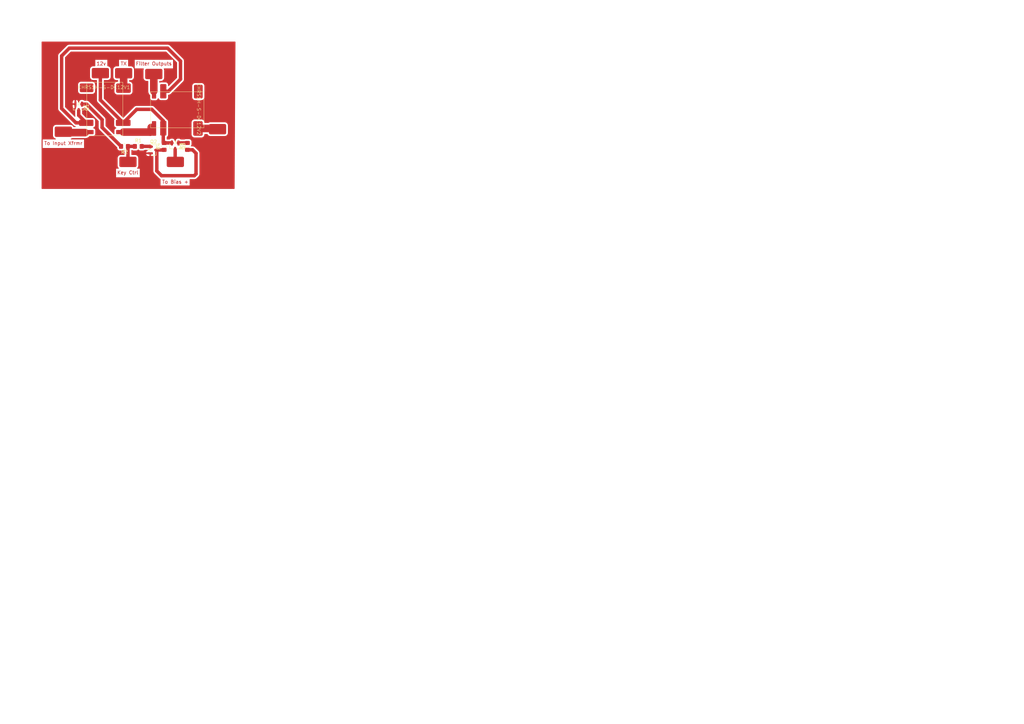
<source format=kicad_pcb>
(kicad_pcb (version 20241229) (generator "pcbnew") (generator_version "9.0")
  (layers (0 "F.Cu" signal) (2 "B.Cu" signal) (13 "F.Paste" user) (15 "B.Paste" user) (5 "F.SilkS" user "F.Silkscreen") (7 "B.SilkS" user "B.Silkscreen") (1 "F.Mask" user) (3 "B.Mask" user) (25 "Edge.Cuts" user))
  (net 0 "")
  (net 1 "Net-(J1-Pin_1)")
  (net 2 "Net-(J2-Pin_1)")
  (net 3 "Net-(J3-Pin_1)")
  (net 4 "Net-(J4-Pin_1)")
  (net 5 "Net-(J7-Pin_1)")
  (net 6 "Net-(J8-Pin_1)")
  (net 7 "VCC")
  (net 8 "Net-(KHRS1H-S-DC12V1-PadNC)")
  (net 9 "Net-(Q1-C)")
  (net 12 "GNDREF")
  (net 13 "Net-(Q1-B)")
  (net 14 "Net-(Q2-B)")
  (net 15 "Net-(Q2-C)")
  (net 16 "Net-(Q3-B)")
  (footprint "Josef Library:HRS1H Relay No Hole" (layer "F.Cu") (at 25.07625 39.2675)
    (property "Reference" "KHRS1H-S-DC12V1" (at 5 -14 0) (layer "F.SilkS") (effects (font (thickness 0.1))))
    (property "Value" "~")
    (fp_rect (start 0 -15.5) (end 10.5 0) (stroke (width 0.1)) (fill no) (layer "F.SilkS"))
    (pad "A1" smd roundrect (at -0.12375 -3.7) (size 4.1525 1.8) (layers "F.Cu" "F.Mask" "F.Paste") (roundrect_rratio 0.15) (net 9 "Net-(Q1-C)"))
    (pad "A2" smd roundrect (at 10.6 -3.7) (size 4.2525 1.8) (layers "F.Cu" "F.Mask" "F.Paste") (roundrect_rratio 0.15) (net 7 "VCC"))
    (pad "COM1" smd roundrect (at -0.02375 -13.8675) (size 3.9525 2.535) (layers "F.Cu" "F.Mask" "F.Paste") (roundrect_rratio 0.15))
    (pad "COM2" smd roundrect (at 10.67375 -13.7675) (size 4.2525 2.735) (layers "F.Cu" "F.Mask" "F.Paste") (roundrect_rratio 0.15) (net 6 "Net-(J8-Pin_1)"))
    (pad "NC" smd roundrect (at 10.67375 -1.0175) (size 4.2525 1.235) (layers "F.Cu" "F.Mask" "F.Paste") (roundrect_rratio 0.15) (net 8 "Net-(KHRS1H-S-DC12V1-PadNC)"))
    (pad "NO" smd roundrect (at -0.1 -1.0175) (size 4.2 1.235) (layers "F.Cu" "F.Mask" "F.Paste") (roundrect_rratio 0.15) (net 2 "Net-(J2-Pin_1)"))
  )
  (footprint "Package_TO_SOT_SMD:SOT-23" (layer "F.Cu") (at 50.7525 42.3375 -90)
    (property "Reference" "Q3" (at 0 -2.4 90) (layer "F.SilkS"))
    (property "Value" "MMBT3906")
    (fp_line (start -0.76 1.56) (end -0.76 1.51) (stroke (width 0.12)) (layer "F.SilkS"))
    (fp_line (start 0.76 1.56) (end -0.76 1.56) (stroke (width 0.12)) (layer "F.SilkS"))
    (fp_line (start 0.76 0.56) (end 0.76 1.56) (stroke (width 0.12)) (layer "F.SilkS"))
    (fp_line (start -0.76 0.39) (end -0.76 -0.39) (stroke (width 0.12)) (layer "F.SilkS"))
    (fp_line (start -0.76 -1.51) (end -0.76 -1.56) (stroke (width 0.12)) (layer "F.SilkS"))
    (fp_line (start -0.76 -1.56) (end 0.76 -1.56) (stroke (width 0.12)) (layer "F.SilkS"))
    (fp_line (start 0.76 -1.56) (end 0.76 -0.56) (stroke (width 0.12)) (layer "F.SilkS"))
    (fp_poly (pts (xy -1.3 -0.38) (xy -1.06 -0.05) (xy -1.54 -0.05)) (stroke (width 0.12)) (fill yes) (layer "F.SilkS"))
    (pad "1" smd roundrect (at -0.9375 -0.95 270) (size 1.475 0.6) (layers "F.Cu" "F.Mask" "F.Paste") (net 16 "Net-(Q3-B)"))
    (pad "2" smd roundrect (at -0.9375 0.95 270) (size 1.475 0.6) (layers "F.Cu" "F.Mask" "F.Paste") (net 7 "VCC"))
    (pad "3" smd roundrect (at 0.9375 0 270) (size 1.475 0.6) (layers "F.Cu" "F.Mask" "F.Paste") (net 1 "Net-(J1-Pin_1)"))
  )
  (footprint "Josef Library:Single Surface Mount Header" (layer "F.Cu") (at 63.0525 32.6 180)
    (property "Reference" "J7" (hide yes))
    (property "Value" "Antenna")
    (pad "1" smd roundrect (at 0 -4.8 180) (size 5 3) (layers "F.Cu" "F.Mask" "F.Paste") (roundrect_rratio 0.15) (net 5 "Net-(J7-Pin_1)"))
  )
  (footprint "Resistor_SMD:R_0805_2012Metric_Pad1.20x1.40mm_HandSolder" (layer "F.Cu") (at 54.3025 42.4 90)
    (property "Reference" "R3" (at 0 -1.65 90) (layer "F.SilkS"))
    (property "Value" "4.7k")
    (fp_line (start -0.227064 -0.735) (end 0.227064 -0.735) (stroke (width 0.12)) (layer "F.SilkS"))
    (fp_line (start -0.227064 0.735) (end 0.227064 0.735) (stroke (width 0.12)) (layer "F.SilkS"))
    (pad "1" smd roundrect (at -1 0 90) (size 1.2 1.4) (layers "F.Cu" "F.Mask" "F.Paste") (roundrect_rratio 0.208333) (net 15 "Net-(Q2-C)"))
    (pad "2" smd roundrect (at 1 0 90) (size 1.2 1.4) (layers "F.Cu" "F.Mask" "F.Paste") (roundrect_rratio 0.208333) (net 16 "Net-(Q3-B)"))
  )
  (footprint "Josef Library:Single Surface Mount Header" (layer "F.Cu") (at 50.8025 51.7)
    (property "Reference" "J1" (hide yes))
    (property "Value" "To Bias +" (at 0 1 0) (layer "F.Cu"))
    (pad "1" smd roundrect (at 0 -4.8) (size 5 3) (layers "F.Cu" "F.Mask" "F.Paste") (roundrect_rratio 0.15) (net 1 "Net-(J1-Pin_1)"))
  )
  (footprint "Josef Library:Single Surface Mount Header" (layer "F.Cu") (at 18.3025 42.95)
    (property "Reference" "J2" (hide yes))
    (property "Value" "To Input Xfrmr" (at 0 -1.45 0) (layer "F.Cu"))
    (pad "1" smd roundrect (at 0 -4.8) (size 5 3) (layers "F.Cu" "F.Mask" "F.Paste") (roundrect_rratio 0.15) (net 2 "Net-(J2-Pin_1)"))
  )
  (footprint "Resistor_SMD:R_0805_2012Metric_Pad1.20x1.40mm_HandSolder" (layer "F.Cu") (at 47.5525 42.4 90)
    (property "Reference" "R4" (at 0 -1.65 90) (layer "F.SilkS"))
    (property "Value" "4.7k")
    (fp_line (start -0.227064 -0.735) (end 0.227064 -0.735) (stroke (width 0.12)) (layer "F.SilkS"))
    (fp_line (start -0.227064 0.735) (end 0.227064 0.735) (stroke (width 0.12)) (layer "F.SilkS"))
    (pad "1" smd roundrect (at -1 0 90) (size 1.2 1.4) (layers "F.Cu" "F.Mask" "F.Paste") (roundrect_rratio 0.208333) (net 15 "Net-(Q2-C)"))
    (pad "2" smd roundrect (at 1 0 90) (size 1.2 1.4) (layers "F.Cu" "F.Mask" "F.Paste") (roundrect_rratio 0.208333) (net 7 "VCC"))
  )
  (footprint "Resistor_SMD:R_0805_2012Metric_Pad1.20x1.40mm_HandSolder" (layer "F.Cu") (at 40.0525 42.4)
    (property "Reference" "R1" (at 0 -1.65 0) (layer "F.SilkS"))
    (property "Value" "4.7k")
    (fp_line (start -0.227064 -0.735) (end 0.227064 -0.735) (stroke (width 0.12)) (layer "F.SilkS"))
    (fp_line (start -0.227064 0.735) (end 0.227064 0.735) (stroke (width 0.12)) (layer "F.SilkS"))
    (pad "1" smd roundrect (at -1 0) (size 1.2 1.4) (layers "F.Cu" "F.Mask" "F.Paste") (roundrect_rratio 0.208333) (net 3 "Net-(J3-Pin_1)"))
    (pad "2" smd roundrect (at 1 0) (size 1.2 1.4) (layers "F.Cu" "F.Mask" "F.Paste") (roundrect_rratio 0.208333) (net 14 "Net-(Q2-B)"))
  )
  (footprint "Josef Library:Single Surface Mount Header" (layer "F.Cu") (at 35.8025 16.375 180)
    (property "Reference" "J8" (hide yes))
    (property "Value" "TX" (at 0 -2.025 0) (layer "F.Cu"))
    (pad "1" smd roundrect (at 0 -4.8 180) (size 5 3) (layers "F.Cu" "F.Mask" "F.Paste") (roundrect_rratio 0.15) (net 6 "Net-(J8-Pin_1)"))
  )
  (footprint "Josef Library:HRS1H Relay No Hole" (layer "F.Cu") (at 43.6025 26.52375 -90)
    (property "Reference" "KHRS1H-S-DC12V2" (at 5 -14 270) (layer "F.SilkS") (effects (font (thickness 0.1))))
    (property "Value" "~")
    (fp_rect (start 0 -15.5) (end 10.5 0) (stroke (width 0.1)) (fill no) (layer "F.SilkS"))
    (pad "A1" smd roundrect (at -0.12375 -3.7 270) (size 4.1525 1.8) (layers "F.Cu" "F.Mask" "F.Paste") (roundrect_rratio 0.15) (net 9 "Net-(Q1-C)"))
    (pad "A2" smd roundrect (at 10.6 -3.7 270) (size 4.2525 1.8) (layers "F.Cu" "F.Mask" "F.Paste") (roundrect_rratio 0.15) (net 7 "VCC"))
    (pad "COM1" smd roundrect (at -0.02375 -13.8675 270) (size 3.9525 2.535) (layers "F.Cu" "F.Mask" "F.Paste") (roundrect_rratio 0.15))
    (pad "COM2" smd roundrect (at 10.67375 -13.7675 270) (size 4.2525 2.735) (layers "F.Cu" "F.Mask" "F.Paste") (roundrect_rratio 0.15) (net 5 "Net-(J7-Pin_1)"))
    (pad "NC" smd roundrect (at 10.67375 -1.0175 270) (size 4.2525 1.235) (layers "F.Cu" "F.Mask" "F.Paste") (roundrect_rratio 0.15) (net 8 "Net-(KHRS1H-S-DC12V1-PadNC)"))
    (pad "NO" smd roundrect (at -0.1 -1.0175 270) (size 4.2 1.235) (layers "F.Cu" "F.Mask" "F.Paste") (roundrect_rratio 0.15) (net 4 "Net-(J4-Pin_1)"))
  )
  (footprint "Josef Library:Single Surface Mount Header" (layer "F.Cu") (at 29.0525 25.95)
    (property "Reference" "J9" (hide yes))
    (property "Value" "12v" (at 0.25 -7.55 0) (layer "F.Cu"))
    (pad "1" smd roundrect (at 0 -4.8) (size 5 3) (layers "F.Cu" "F.Mask" "F.Paste") (roundrect_rratio 0.15) (net 7 "VCC"))
  )
  (footprint "Package_TO_SOT_SMD:SOT-23" (layer "F.Cu") (at 44.49 43.45)
    (property "Reference" "Q2" (at 0 -2.4 0) (layer "F.SilkS"))
    (property "Value" "MMBT3904")
    (fp_line (start -0.76 -1.56) (end 0.76 -1.56) (stroke (width 0.12)) (layer "F.SilkS"))
    (fp_line (start -0.76 -1.51) (end -0.76 -1.56) (stroke (width 0.12)) (layer "F.SilkS"))
    (fp_line (start -0.76 0.39) (end -0.76 -0.39) (stroke (width 0.12)) (layer "F.SilkS"))
    (fp_line (start -0.76 1.56) (end -0.76 1.51) (stroke (width 0.12)) (layer "F.SilkS"))
    (fp_line (start 0.76 -1.56) (end 0.76 -0.56) (stroke (width 0.12)) (layer "F.SilkS"))
    (fp_line (start 0.76 0.56) (end 0.76 1.56) (stroke (width 0.12)) (layer "F.SilkS"))
    (fp_line (start 0.76 1.56) (end -0.76 1.56) (stroke (width 0.12)) (layer "F.SilkS"))
    (fp_poly (pts (xy -1.3 -0.38) (xy -1.06 -0.05) (xy -1.54 -0.05)) (stroke (width 0.12)) (fill yes) (layer "F.SilkS"))
    (pad "1" smd roundrect (at -0.9375 -0.95) (size 1.475 0.6) (layers "F.Cu" "F.Mask" "F.Paste") (net 14 "Net-(Q2-B)"))
    (pad "2" smd roundrect (at -0.9375 0.95) (size 1.475 0.6) (layers "F.Cu" "F.Mask" "F.Paste") (net 12 "GNDREF"))
    (pad "3" smd roundrect (at 0.9375 0) (size 1.475 0.6) (layers "F.Cu" "F.Mask" "F.Paste") (net 15 "Net-(Q2-C)"))
  )
  (footprint "Resistor_SMD:R_0805_2012Metric_Pad1.20x1.40mm_HandSolder" (layer "F.Cu") (at 36.0525 42.4 180)
    (property "Reference" "R2" (at 0 -1.65 0) (layer "F.SilkS"))
    (property "Value" "4.7k")
    (fp_line (start -0.227064 0.735) (end 0.227064 0.735) (stroke (width 0.12)) (layer "F.SilkS"))
    (fp_line (start -0.227064 -0.735) (end 0.227064 -0.735) (stroke (width 0.12)) (layer "F.SilkS"))
    (pad "1" smd roundrect (at -1 0 180) (size 1.2 1.4) (layers "F.Cu" "F.Mask" "F.Paste") (roundrect_rratio 0.208333) (net 3 "Net-(J3-Pin_1)"))
    (pad "2" smd roundrect (at 1 0 180) (size 1.2 1.4) (layers "F.Cu" "F.Mask" "F.Paste") (roundrect_rratio 0.208333) (net 13 "Net-(Q1-B)"))
  )
  (footprint "Josef Library:Single Surface Mount Header" (layer "F.Cu") (at 44.5525 26.2)
    (property "Reference" "J4" (hide yes))
    (property "Value" "Filter Outputs" (at 0 -7.8 0) (layer "F.Cu"))
    (pad "1" smd roundrect (at 0 -4.8) (size 5 3) (layers "F.Cu" "F.Mask" "F.Paste") (roundrect_rratio 0.15) (net 4 "Net-(J4-Pin_1)"))
  )
  (footprint "Package_TO_SOT_SMD:SOT-23" (layer "F.Cu") (at 22.7525 31.0875 -90)
    (property "Reference" "Q1" (at 0 -2.4 90) (layer "F.SilkS"))
    (property "Value" "MMBT3904")
    (fp_line (start -0.76 1.56) (end -0.76 1.51) (stroke (width 0.12)) (layer "F.SilkS"))
    (fp_line (start 0.76 1.56) (end -0.76 1.56) (stroke (width 0.12)) (layer "F.SilkS"))
    (fp_line (start 0.76 0.56) (end 0.76 1.56) (stroke (width 0.12)) (layer "F.SilkS"))
    (fp_line (start -0.76 0.39) (end -0.76 -0.39) (stroke (width 0.12)) (layer "F.SilkS"))
    (fp_line (start -0.76 -1.51) (end -0.76 -1.56) (stroke (width 0.12)) (layer "F.SilkS"))
    (fp_line (start -0.76 -1.56) (end 0.76 -1.56) (stroke (width 0.12)) (layer "F.SilkS"))
    (fp_line (start 0.76 -1.56) (end 0.76 -0.56) (stroke (width 0.12)) (layer "F.SilkS"))
    (fp_poly (pts (xy -1.3 -0.38) (xy -1.06 -0.05) (xy -1.54 -0.05)) (stroke (width 0.12)) (fill yes) (layer "F.SilkS"))
    (pad "1" smd roundrect (at -0.9375 -0.95 270) (size 1.475 0.6) (layers "F.Cu" "F.Mask" "F.Paste") (net 13 "Net-(Q1-B)"))
    (pad "2" smd roundrect (at -0.9375 0.95 270) (size 1.475 0.6) (layers "F.Cu" "F.Mask" "F.Paste") (net 12 "GNDREF"))
    (pad "3" smd roundrect (at 0.9375 0 270) (size 1.475 0.6) (layers "F.Cu" "F.Mask" "F.Paste") (net 9 "Net-(Q1-C)"))
  )
  (footprint "Josef Library:Single Surface Mount Header" (layer "F.Cu") (at 37.0525 51.7)
    (property "Reference" "J3" (hide yes))
    (property "Value" "Key Ctrl" (at -0.0525 -1.7 0) (layer "F.Cu"))
    (pad "1" smd roundrect (at 0 -4.8) (size 5 3) (layers "F.Cu" "F.Mask" "F.Paste") (roundrect_rratio 0.15) (net 3 "Net-(J3-Pin_1)"))
  )
  (segment (start 50.7525 43.275) (end 50.7525 46.85) (width 1) (layer "F.Cu") (net 1))
  (segment (start 50.7525 46.85) (end 50.8025 46.9) (width 1) (layer "F.Cu") (net 1))
  (segment (start 18.5525 38.4) (end 24.62625 38.4) (width 2.2) (layer "F.Cu") (net 2))
  (segment (start 18.3025 38.15) (end 18.5525 38.4) (width 2.2) (layer "F.Cu") (net 2))
  (segment (start 24.87625 38.15) (end 24.97625 38.25) (width 1) (layer "F.Cu") (net 2))
  (segment (start 37.0525 42.4) (end 39.0525 42.4) (width 1) (layer "F.Cu") (net 3))
  (segment (start 37.0525 42.4) (end 37.0525 46.9) (width 1) (layer "F.Cu") (net 3))
  (segment (start 44.5525 21.4) (end 44.5525 26.35625) (width 2.2) (layer "F.Cu") (net 4))
  (segment (start 44.5525 26.35625) (end 44.62 26.42375) (width 1) (layer "F.Cu") (net 4))
  (segment (start 62.85 37.1975) (end 63.0525 37.4) (width 1) (layer "F.Cu") (net 5))
  (segment (start 57.37 37.1975) (end 62.85 37.1975) (width 2.2) (layer "F.Cu") (net 5))
  (segment (start 35.8025 21.175) (end 35.8025 25.4475) (width 2.2) (layer "F.Cu") (net 6))
  (segment (start 35.8025 25.4475) (end 35.75 25.5) (width 1) (layer "F.Cu") (net 6))
  (segment (start 43.954999 31.65) (end 47.3025 34.997501) (width 1) (layer "F.Cu") (net 7))
  (segment (start 47.3025 41.15) (end 47.5525 41.4) (width 1) (layer "F.Cu") (net 7))
  (segment (start 47.5525 41.4) (end 49.8025 41.4) (width 1) (layer "F.Cu") (net 7))
  (segment (start 47.3025 34.997501) (end 47.3025 37.12375) (width 1) (layer "F.Cu") (net 7))
  (segment (start 39.59375 31.65) (end 43.954999 31.65) (width 1) (layer "F.Cu") (net 7))
  (segment (start 47.3025 37.12375) (end 47.3025 41.15) (width 1) (layer "F.Cu") (net 7))
  (segment (start 35.67625 35.5675) (end 29.0525 28.94375) (width 1) (layer "F.Cu") (net 7))
  (segment (start 35.67625 35.5675) (end 39.59375 31.65) (width 1) (layer "F.Cu") (net 7))
  (segment (start 29.0525 28.94375) (end 29.0525 21.15) (width 1) (layer "F.Cu") (net 7))
  (segment (start 43.5675 38.25) (end 43.8025 38.015) (width 2.2) (layer "F.Cu") (net 8))
  (segment (start 35.75 38.25) (end 43.5675 38.25) (width 2.2) (layer "F.Cu") (net 8))
  (segment (start 43.8025 38.015) (end 43.8025 36.9) (width 2.2) (layer "F.Cu") (net 8))
  (segment (start 17.8025 31.4) (end 17.8025 16.15) (width 1) (layer "F.Cu") (net 9))
  (segment (start 24.9525 35.5675) (end 21.97 35.5675) (width 1) (layer "F.Cu") (net 9))
  (segment (start 22.7525 33.3675) (end 24.9525 35.5675) (width 1) (layer "F.Cu") (net 9))
  (segment (start 21.97 35.5675) (end 17.8025 31.4) (width 1) (layer "F.Cu") (net 9))
  (segment (start 22.7525 32.025) (end 22.7525 33.3675) (width 1) (layer "F.Cu") (net 9))
  (segment (start 52.3025 17.65) (end 52.3025 22.9) (width 1) (layer "F.Cu") (net 9))
  (segment (start 17.8025 16.15) (end 20.0525 13.9) (width 1) (layer "F.Cu") (net 9))
  (segment (start 20.0525 13.9) (end 48.5525 13.9) (width 1) (layer "F.Cu") (net 9))
  (segment (start 48.5525 13.9) (end 52.3025 17.65) (width 1) (layer "F.Cu") (net 9))
  (segment (start 52.3025 22.9) (end 48.8025 26.4) (width 1) (layer "F.Cu") (net 9))
  (segment (start 48.8025 26.4) (end 47.3025 26.4) (width 1) (layer "F.Cu") (net 9))
  (segment (start 35.0525 42.4) (end 29.5525 36.9) (width 1) (layer "F.Cu") (net 13))
  (segment (start 29.5525 36.9) (end 29.5525 34.65) (width 1) (layer "F.Cu") (net 13))
  (segment (start 29.5525 34.65) (end 25.0525 30.15) (width 1) (layer "F.Cu") (net 13))
  (segment (start 25.0525 30.15) (end 23.7025 30.15) (width 1) (layer "F.Cu") (net 13))
  (segment (start 43.4525 42.4) (end 43.5525 42.5) (width 1) (layer "F.Cu") (net 14))
  (segment (start 41.0525 42.4) (end 43.4525 42.4) (width 1) (layer "F.Cu") (net 14))
  (segment (start 56.8025 44.4) (end 55.8025 43.4) (width 1) (layer "F.Cu") (net 15))
  (segment (start 47.5025 43.45) (end 47.5525 43.4) (width 1) (layer "F.Cu") (net 15))
  (segment (start 45.4275 43.45) (end 45.4275 49.525) (width 1) (layer "F.Cu") (net 15))
  (segment (start 55.8025 43.4) (end 54.3025 43.4) (width 1) (layer "F.Cu") (net 15))
  (segment (start 56.3025 50.9) (end 56.8025 50.4) (width 1) (layer "F.Cu") (net 15))
  (segment (start 45.4275 43.45) (end 47.5025 43.45) (width 1) (layer "F.Cu") (net 15))
  (segment (start 56.8025 50.4) (end 56.8025 44.4) (width 1) (layer "F.Cu") (net 15))
  (segment (start 45.4275 49.525) (end 46.8025 50.9) (width 1) (layer "F.Cu") (net 15))
  (segment (start 46.8025 50.9) (end 56.3025 50.9) (width 1) (layer "F.Cu") (net 15))
  (segment (start 51.7025 41.4) (end 54.3025 41.4) (width 1) (layer "F.Cu") (net 16))
  (zone (net 12) (net_name "GNDREF") (layer "F.Cu") (connect_pads (clearance 0.5)) (min_thickness 0.25) (fill yes (thermal_gap 0.5) (thermal_bridge_width 0.5))
    (polygon (pts (xy 12 12) (xy 68.25 12) (xy 68 54.75) (xy 12 54.75)))
  )
)
</source>
